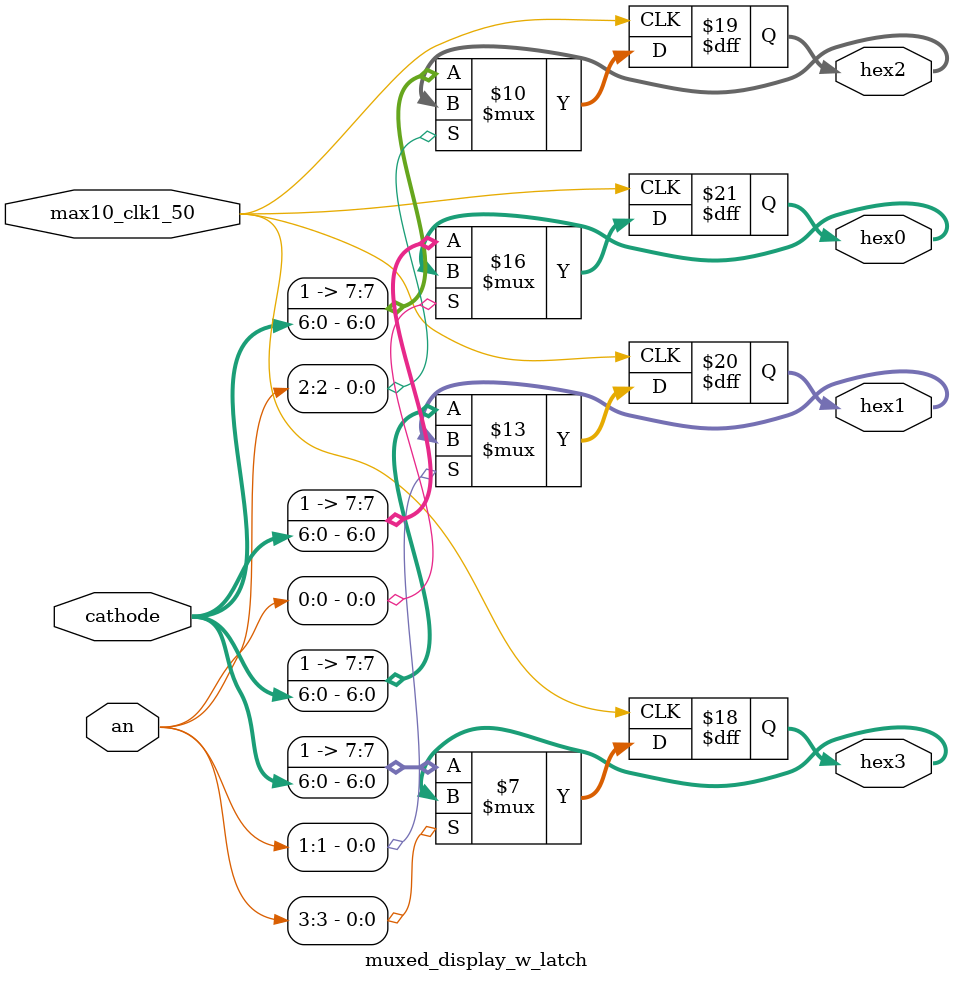
<source format=sv>
module muxed_display_w_latch (output logic [7:0] hex3, hex2, hex1, hex0,
	input logic [3:0] an, input logic [6:0] cathode,
	input logic max10_clk1_50);

	always_ff @(posedge max10_clk1_50) begin
		// DE10 are active low, Basys3 are active low
		// Anode is active low on Basys3
		if (an[0] == 1'b0) hex0 = {1'b1,cathode};
		if (an[1] == 1'b0) hex1 = {1'b1,cathode};
		if (an[2] == 1'b0) hex2 = {1'b1,cathode};
		if (an[3] == 1'b0) hex3 = {1'b1,cathode};
	end

endmodule

</source>
